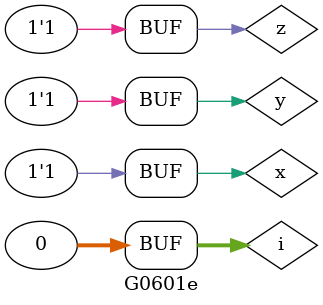
<source format=v>

module f1 (output r, input x,y,z);

	assign r = (x&y)|(~x&~y&z);

endmodule // f1

module f2 (output r, input x,y,z);

	assign r = ~z&(x|y);	// (x&~z)|(~x&y&~z)

endmodule // f2

module f3 (output r, input x,y,z);

	assign r = (y^z); // (y&~z)|(~y&z)

endmodule // f3

module f4 (output r, input x,y,z);

	assign r = (x&~y)|(~x&(y^z)); // (x&~y)|(~x&~y&z)|(~x&y&~z);

endmodule

module f5 (output r, input x,y,z);

	assign r = (x&y)|(~x&(~y^z)); // (x&~y)|(~x&~y&z)|(~x&y&~z);

endmodule // f5

module G0601a;

	// Define data
	integer i = 0;
	reg x = 1'b0;
	reg y = 1'b0;
	reg z = 1'b0;
	wire r;

	f1 F1 (r, x,y,z);

	// Actions
	initial
		begin : main

			$display ("\nG0601a -\n");

			$display ("f(x,y,z) = m (1,6,7)\n");

			$monitor ("#%0d | %b %b %b | %b", i, x,y,z, r);
			#1 z = 1'b1; i++;
			#1 y = 1'b1; z = 1'b0; i++;
			#1 y = 1'b1; z = 1'b1; i++;
			#1 x = 1'b1; y = 1'b0; z = 1'b0; i++;
			#1 x = 1'b1; y = 1'b0; z = 1'b1; i++;
			#1 x = 1'b1; y = 1'b1; z = 1'b0; i++;
			#1 x = 1'b1; y = 1'b1; z = 1'b1; i++;

		end // main

endmodule // G0601a

module G0601b;

	// Define data
	integer i = 0;
	reg x = 1'b0;
	reg y = 1'b0;
	reg z = 1'b0;
	wire r;

	f2 F2 (r, x,y,z);

	// Actions
	initial
		begin : main

			#15 $display ("\nG0601b -\n");

			$display ("f(x,y,z) = m (2,4,6)\n");

			$monitor ("#%0d | %b %b %b | %b", i, x,y,z, r);
			#1 z = 1'b1; i++;
			#1 y = 1'b1; z = 1'b0; i++;
			#1 y = 1'b1; z = 1'b1; i++;
			#1 x = 1'b1; y = 1'b0; z = 1'b0; i++;
			#1 x = 1'b1; y = 1'b0; z = 1'b1; i++;
			#1 x = 1'b1; y = 1'b1; z = 1'b0; i++;
			#1 x = 1'b1; y = 1'b1; z = 1'b1; i++;

		end // main

endmodule // G0601b

module G0601c;

	// Define data
	integer i = 0;
	reg x = 1'b0;
	reg y = 1'b0;
	reg z = 1'b0;
	wire r;

	f3 F3 (r, x,y,z);

	// Actions
	initial
		begin : main

			#25 $display ("\nG0601c -\n");

			$display ("f(x,y,z) = m (1,2,5,6)\n");

			$monitor ("#%0d | %b %b %b | %b", i, x,y,z, r);
			#1 z = 1'b1; i++;
			#1 y = 1'b1; z = 1'b0; i++;
			#1 y = 1'b1; z = 1'b1; i++;
			#1 x = 1'b1; y = 1'b0; z = 1'b0; i++;
			#1 x = 1'b1; y = 1'b0; z = 1'b1; i++;
			#1 x = 1'b1; y = 1'b1; z = 1'b0; i++;
			#1 x = 1'b1; y = 1'b1; z = 1'b1; i++;

		end // main

endmodule // G0601c

module G0601d;

	// Define data
	integer i = 0;
	reg x = 1'b0;
	reg y = 1'b0;
	reg z = 1'b0;
	wire r;

	f4 F4 (r, x,y,z);

	// Actions
	initial
		begin : main

			#35 $display ("\nG0601d -\n");

			$display ("f(x,y,z) = m (1,2,4,5)\n");

			$monitor ("#%0d | %b %b %b | %b", i, x,y,z, r);
			#1 z = 1'b1; i++;
			#1 y = 1'b1; z = 1'b0; i++;
			#1 y = 1'b1; z = 1'b1; i++;
			#1 x = 1'b1; y = 1'b0; z = 1'b0; i++;
			#1 x = 1'b1; y = 1'b0; z = 1'b1; i++;
			#1 x = 1'b1; y = 1'b1; z = 1'b0; i++;
			#1 x = 1'b1; y = 1'b1; z = 1'b1; i++;

		end // main

endmodule // G0601d

module G0601e;

	// Define data
	integer i = 0;
	reg x = 1'b0;
	reg y = 1'b0;
	reg z = 1'b0;
	wire r;

	f5 F5 (r, x,y,z);

	// Actions
	initial
		begin : main

			#45 $display ("\nG0601e -\n");

			$display ("f(x,y,z) = m (0,3,6,7)\n");

			$monitor ("#%0d | %b %b %b | %b", i, x,y,z, r);
			#1 z = 1'b1; i++;
			#1 y = 1'b1; z = 1'b0; i++;
			#1 y = 1'b1; z = 1'b1; i++;
			#1 x = 1'b1; y = 1'b0; z = 1'b0; i++;
			#1 x = 1'b1; y = 1'b0; z = 1'b1; i++;
			#1 x = 1'b1; y = 1'b1; z = 1'b0; i++;
			#1 x = 1'b1; y = 1'b1; z = 1'b1; i++;

		end // main

endmodule // G0601e

</source>
